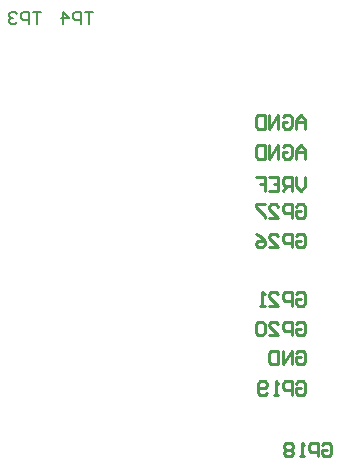
<source format=gbo>
G04*
G04 #@! TF.GenerationSoftware,Altium Limited,Altium Designer,24.1.2 (44)*
G04*
G04 Layer_Color=32896*
%FSLAX25Y25*%
%MOIN*%
G70*
G04*
G04 #@! TF.SameCoordinates,39EB1DAC-EBEA-44A6-9D02-620A6BFF75B3*
G04*
G04*
G04 #@! TF.FilePolarity,Positive*
G04*
G01*
G75*
%ADD14C,0.00900*%
%ADD15C,0.00800*%
D14*
X183100Y135800D02*
Y138799D01*
X181600Y140299D01*
X180101Y138799D01*
Y135800D01*
Y138049D01*
X183100D01*
X175602Y139549D02*
X176352Y140299D01*
X177852D01*
X178601Y139549D01*
Y136550D01*
X177852Y135800D01*
X176352D01*
X175602Y136550D01*
Y138049D01*
X177102D01*
X174103Y135800D02*
Y140299D01*
X171104Y135800D01*
Y140299D01*
X169604D02*
Y135800D01*
X167355D01*
X166605Y136550D01*
Y139549D01*
X167355Y140299D01*
X169604D01*
X183100Y125800D02*
Y128799D01*
X181600Y130299D01*
X180101Y128799D01*
Y125800D01*
Y128049D01*
X183100D01*
X175602Y129549D02*
X176352Y130299D01*
X177852D01*
X178601Y129549D01*
Y126550D01*
X177852Y125800D01*
X176352D01*
X175602Y126550D01*
Y128049D01*
X177102D01*
X174103Y125800D02*
Y130299D01*
X171104Y125800D01*
Y130299D01*
X169604D02*
Y125800D01*
X167355D01*
X166605Y126550D01*
Y129549D01*
X167355Y130299D01*
X169604D01*
X183100Y119599D02*
Y116600D01*
X181600Y115100D01*
X180101Y116600D01*
Y119599D01*
X178601Y115100D02*
Y119599D01*
X176352D01*
X175602Y118849D01*
Y117349D01*
X176352Y116600D01*
X178601D01*
X177102D02*
X175602Y115100D01*
X171104Y119599D02*
X174103D01*
Y115100D01*
X171104D01*
X174103Y117349D02*
X172603D01*
X166605Y119599D02*
X169604D01*
Y117349D01*
X168105D01*
X169604D01*
Y115100D01*
X180101Y109749D02*
X180851Y110499D01*
X182350D01*
X183100Y109749D01*
Y106750D01*
X182350Y106000D01*
X180851D01*
X180101Y106750D01*
Y108249D01*
X181600D01*
X178601Y106000D02*
Y110499D01*
X176352D01*
X175602Y109749D01*
Y108249D01*
X176352Y107500D01*
X178601D01*
X171104Y106000D02*
X174103D01*
X171104Y108999D01*
Y109749D01*
X171854Y110499D01*
X173353D01*
X174103Y109749D01*
X169604Y110499D02*
X166605D01*
Y109749D01*
X169604Y106750D01*
Y106000D01*
X180101Y99949D02*
X180851Y100699D01*
X182350D01*
X183100Y99949D01*
Y96950D01*
X182350Y96200D01*
X180851D01*
X180101Y96950D01*
Y98449D01*
X181600D01*
X178601Y96200D02*
Y100699D01*
X176352D01*
X175602Y99949D01*
Y98449D01*
X176352Y97699D01*
X178601D01*
X171104Y96200D02*
X174103D01*
X171104Y99199D01*
Y99949D01*
X171854Y100699D01*
X173353D01*
X174103Y99949D01*
X166605Y100699D02*
X168105Y99949D01*
X169604Y98449D01*
Y96950D01*
X168855Y96200D01*
X167355D01*
X166605Y96950D01*
Y97699D01*
X167355Y98449D01*
X169604D01*
X188701Y30249D02*
X189451Y30999D01*
X190950D01*
X191700Y30249D01*
Y27250D01*
X190950Y26500D01*
X189451D01*
X188701Y27250D01*
Y28749D01*
X190200D01*
X187201Y26500D02*
Y30999D01*
X184952D01*
X184202Y30249D01*
Y28749D01*
X184952Y27999D01*
X187201D01*
X182703Y26500D02*
X181203D01*
X181953D01*
Y30999D01*
X182703Y30249D01*
X178954D02*
X178204Y30999D01*
X176705D01*
X175955Y30249D01*
Y29499D01*
X176705Y28749D01*
X175955Y27999D01*
Y27250D01*
X176705Y26500D01*
X178204D01*
X178954Y27250D01*
Y27999D01*
X178204Y28749D01*
X178954Y29499D01*
Y30249D01*
X178204Y28749D02*
X176705D01*
X180101Y50749D02*
X180851Y51499D01*
X182350D01*
X183100Y50749D01*
Y47750D01*
X182350Y47000D01*
X180851D01*
X180101Y47750D01*
Y49249D01*
X181600D01*
X178601Y47000D02*
Y51499D01*
X176352D01*
X175602Y50749D01*
Y49249D01*
X176352Y48500D01*
X178601D01*
X174103Y47000D02*
X172603D01*
X173353D01*
Y51499D01*
X174103Y50749D01*
X170354Y47750D02*
X169604Y47000D01*
X168105D01*
X167355Y47750D01*
Y50749D01*
X168105Y51499D01*
X169604D01*
X170354Y50749D01*
Y49999D01*
X169604Y49249D01*
X167355D01*
X180101Y61049D02*
X180851Y61799D01*
X182350D01*
X183100Y61049D01*
Y58050D01*
X182350Y57300D01*
X180851D01*
X180101Y58050D01*
Y59549D01*
X181600D01*
X178601Y57300D02*
Y61799D01*
X175602Y57300D01*
Y61799D01*
X174103D02*
Y57300D01*
X171854D01*
X171104Y58050D01*
Y61049D01*
X171854Y61799D01*
X174103D01*
X180101Y70649D02*
X180851Y71399D01*
X182350D01*
X183100Y70649D01*
Y67650D01*
X182350Y66900D01*
X180851D01*
X180101Y67650D01*
Y69149D01*
X181600D01*
X178601Y66900D02*
Y71399D01*
X176352D01*
X175602Y70649D01*
Y69149D01*
X176352Y68400D01*
X178601D01*
X171104Y66900D02*
X174103D01*
X171104Y69899D01*
Y70649D01*
X171854Y71399D01*
X173353D01*
X174103Y70649D01*
X169604D02*
X168855Y71399D01*
X167355D01*
X166605Y70649D01*
Y67650D01*
X167355Y66900D01*
X168855D01*
X169604Y67650D01*
Y70649D01*
X180101Y80549D02*
X180851Y81299D01*
X182350D01*
X183100Y80549D01*
Y77550D01*
X182350Y76800D01*
X180851D01*
X180101Y77550D01*
Y79049D01*
X181600D01*
X178601Y76800D02*
Y81299D01*
X176352D01*
X175602Y80549D01*
Y79049D01*
X176352Y78299D01*
X178601D01*
X171104Y76800D02*
X174103D01*
X171104Y79799D01*
Y80549D01*
X171854Y81299D01*
X173353D01*
X174103Y80549D01*
X169604Y76800D02*
X168105D01*
X168855D01*
Y81299D01*
X169604Y80549D01*
D15*
X112432Y174599D02*
X109766D01*
X111099D01*
Y170601D01*
X108433D02*
Y174599D01*
X106433D01*
X105767Y173933D01*
Y172600D01*
X106433Y171933D01*
X108433D01*
X102435Y170601D02*
Y174599D01*
X104434Y172600D01*
X101768D01*
X95132Y174499D02*
X92466D01*
X93799D01*
Y170501D01*
X91133D02*
Y174499D01*
X89134D01*
X88467Y173833D01*
Y172500D01*
X89134Y171834D01*
X91133D01*
X87134Y173833D02*
X86468Y174499D01*
X85135D01*
X84468Y173833D01*
Y173167D01*
X85135Y172500D01*
X85801D01*
X85135D01*
X84468Y171834D01*
Y171167D01*
X85135Y170501D01*
X86468D01*
X87134Y171167D01*
M02*

</source>
